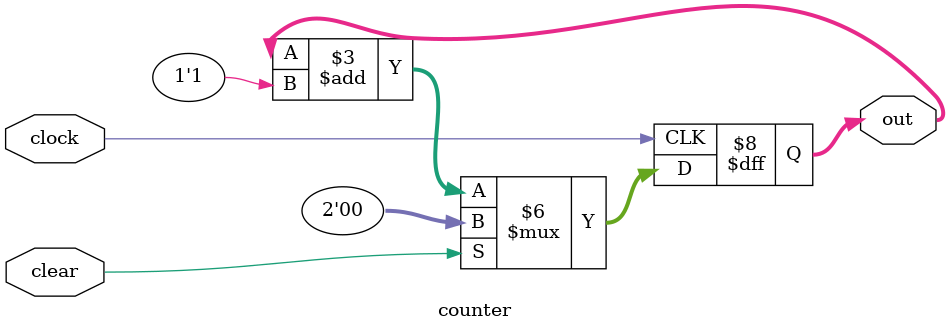
<source format=v>
module counter(
    input clear,     
    input clock,
    output reg [1:0] out = 2'b00
);                   

    always @(posedge clock)
    begin
        if(clear == 1)
            out <= 2'b00;
        else
            out <= out + 1'b1;
    end
endmodule
</source>
